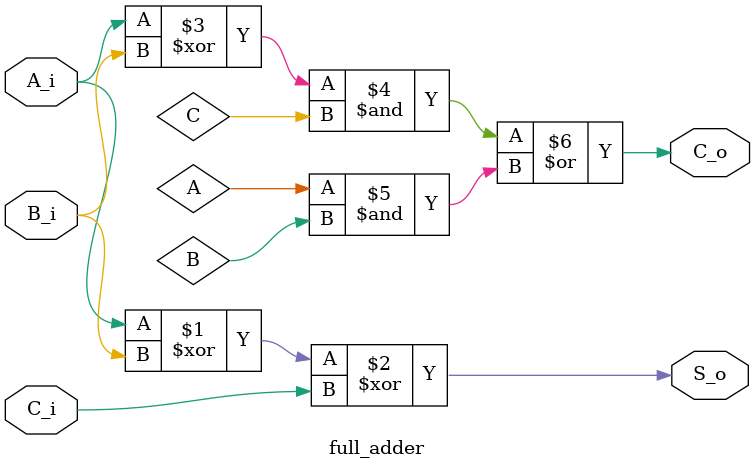
<source format=v>
module full_adder (
    input   A_i,
    input   B_i,
    input   C_i,
    output  S_o,
    output  C_o
);

    assign  S_o = A_i ^ B_i ^ C_i;
    assign  C_o = ((A_i ^ B_i) & C) | (A & B);

endmodule
</source>
